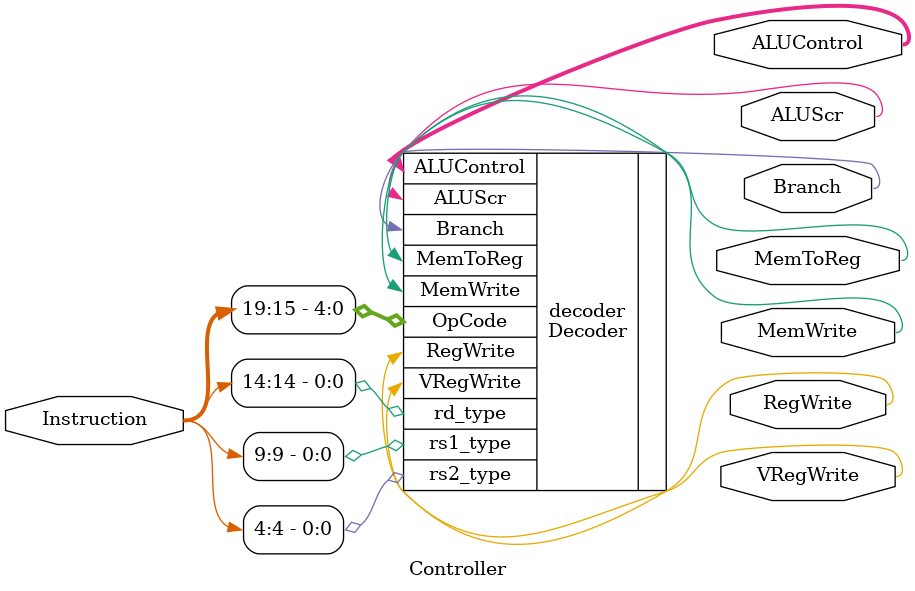
<source format=sv>

module Controller(Instruction, ALUControl, RegWrite, MemWrite, Branch, MemToReg, ALUScr,VRegWrite);
    parameter BITS = 20;
    input wire [BITS-1:0] Instruction;

    //output reg [0:63] Imm;
    output reg [0:1] ALUControl;
    output reg RegWrite, MemWrite, Branch, MemToReg,VRegWrite;
    output reg ALUScr;

    Decoder decoder(
        .OpCode(Instruction[19:15]),
        .rd_type(Instruction[14]),
        .rs1_type(Instruction[9]),
		  .rs2_type(Instruction[4]),
        .ALUControl(ALUControl),
        .RegWrite(RegWrite),
        .MemWrite(MemWrite),
        .Branch(Branch),
        .MemToReg(MemToReg),
        .ALUScr(ALUScr),
		  .VRegWrite(VRegWrite));


endmodule
</source>
